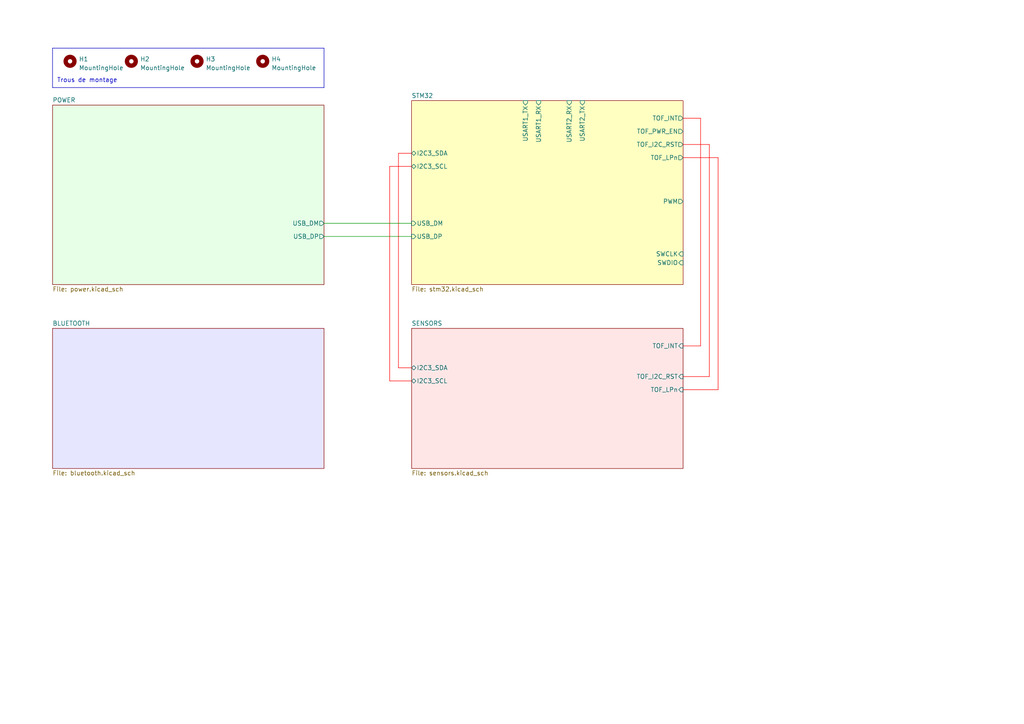
<source format=kicad_sch>
(kicad_sch (version 20230121) (generator eeschema)
  (paper "A4")
  (title_block (title "PCB controler") (company "ENSEA"))
  (lib_symbols
    (symbol "Mechanical:MountingHole" (pin_names (offset 1.016))
      (property "Reference" "H" (at 0 5.08 0))
      (property "Value" "MountingHole" (at 0 3.175 0))
      (symbol "MountingHole_0_1"
        (circle (center 0 0) (radius 1.27) (stroke (width 1.27)))
      )
    )
  )
  (wire (pts (xy 119.38 44.45) (xy 115.57 44.45)) (stroke (width 0) (color 255 0 0 1)))
  (wire (pts (xy 198.12 109.22) (xy 205.74 109.22)) (stroke (width 0) (color 255 0 0 1)))
  (wire (pts (xy 198.12 45.72) (xy 208.28 45.72)) (stroke (width 0) (color 255 0 0 1)))
  (polyline (pts (xy 15.24 25.4) (xy 93.98 25.4)))
  (wire (pts (xy 198.12 41.91) (xy 205.74 41.91)) (stroke (width 0) (color 255 0 0 1)))
  (wire (pts (xy 198.12 34.29) (xy 203.2 34.29)) (stroke (width 0) (color 255 0 0 1)))
  (polyline (pts (xy 15.24 13.97) (xy 93.98 13.97)))
  (wire (pts (xy 93.98 64.77) (xy 119.38 64.77)))
  (wire (pts (xy 119.38 48.26) (xy 113.03 48.26)) (stroke (width 0) (color 255 0 0 1)))
  (wire (pts (xy 208.28 45.72) (xy 208.28 113.03)) (stroke (width 0) (color 255 0 0 1)))
  (polyline (pts (xy 15.24 13.97) (xy 15.24 25.4)))
  (polyline (pts (xy 93.98 25.4) (xy 93.98 13.97)))
  (wire (pts (xy 113.03 48.26) (xy 113.03 110.49)) (stroke (width 0) (color 255 0 0 1)))
  (wire (pts (xy 115.57 44.45) (xy 115.57 106.68)) (stroke (width 0) (color 255 0 0 1)))
  (wire (pts (xy 113.03 110.49) (xy 119.38 110.49)) (stroke (width 0) (color 255 0 0 1)))
  (wire (pts (xy 203.2 34.29) (xy 203.2 100.33)) (stroke (width 0) (color 255 0 0 1)))
  (wire (pts (xy 208.28 113.03) (xy 198.12 113.03)) (stroke (width 0) (color 255 0 0 1)))
  (wire (pts (xy 205.74 41.91) (xy 205.74 109.22)) (stroke (width 0) (color 255 0 0 1)))
  (wire (pts (xy 115.57 106.68) (xy 119.38 106.68)) (stroke (width 0) (color 255 0 0 1)))
  (wire (pts (xy 93.98 68.58) (xy 119.38 68.58)))
  (wire (pts (xy 203.2 100.33) (xy 198.12 100.33)) (stroke (width 0) (color 255 0 0 1)))
  (text "Trous de montage\n" (at 16.51 24.13 0) (effects (font (size 1.27 1.27)) (justify left bottom)))
  (symbol (lib_id "Mechanical:MountingHole") (at 57.15 17.78 0) (unit 1)
    (property "Reference" "H3" (at 59.69 17.145 0) (effects (justify left)))
    (property "Value" "MountingHole" (at 59.69 19.685 0) (effects (justify left)))
  )
  (symbol (lib_id "Mechanical:MountingHole") (at 76.2 17.78 0) (unit 1)
    (property "Reference" "H4" (at 78.74 17.145 0) (effects (justify left)))
    (property "Value" "MountingHole" (at 78.74 19.685 0) (effects (justify left)))
  )
  (symbol (lib_id "Mechanical:MountingHole") (at 38.1 17.78 0) (unit 1)
    (property "Reference" "H2" (at 40.64 17.145 0) (effects (justify left)))
    (property "Value" "MountingHole" (at 40.64 19.685 0) (effects (justify left)))
  )
  (symbol (lib_id "Mechanical:MountingHole") (at 20.32 17.78 0) (unit 1)
    (property "Reference" "H1" (at 22.86 17.145 0) (effects (justify left)))
    (property "Value" "MountingHole" (at 22.86 19.685 0) (effects (justify left)))
  )
  (sheet (at 119.38 95.25) (size 78.74 40.64) (stroke (width 0.1524)) (fill (color 255 0 0 0.1000))
    (property "Sheetname" "SENSORS" (at 119.38 94.5384 0) (effects (justify left bottom)))
    (property "Sheetfile" "sensors.kicad_sch" (at 119.38 136.4746 0) (effects (justify left top)))
    (pin "I2C3_SDA" bidirectional (at 119.38 106.68 180))
    (pin "I2C3_SCL" bidirectional (at 119.38 110.49 180))
    (pin "TOF_LPn" input (at 198.12 113.03 0))
    (pin "TOF_INT" input (at 198.12 100.33 0))
    (pin "TOF_I2C_RST" input (at 198.12 109.22 0))
  )
  (sheet (at 15.24 30.48) (size 78.74 52.07) (stroke (width 0.1524)) (fill (color 0 255 0 0.1000))
    (property "Sheetname" "POWER" (at 15.24 29.7684 0) (effects (justify left bottom)))
    (property "Sheetfile" "power.kicad_sch" (at 15.24 83.1346 0) (effects (justify left top)))
    (pin "USB_DP" output (at 93.98 68.58 0))
    (pin "USB_DM" output (at 93.98 64.77 0))
  )
  (sheet (at 119.38 29.21) (size 78.74 53.34) (stroke (width 0.1524)) (fill (color 255 255 194 1.0000))
    (property "Sheetname" "STM32" (at 119.38 28.4984 0) (effects (justify left bottom)))
    (property "Sheetfile" "stm32.kicad_sch" (at 119.38 83.1346 0) (effects (justify left top)))
    (pin "TOF_INT" output (at 198.12 34.29 0))
    (pin "USB_DP" input (at 119.38 68.58 180))
    (pin "USART1_TX" input (at 152.4 29.21 90))
    (pin "I2C3_SDA" bidirectional (at 119.38 44.45 180))
    (pin "USB_DM" input (at 119.38 64.77 180))
    (pin "I2C3_SCL" bidirectional (at 119.38 48.26 180))
    (pin "USART1_RX" input (at 156.21 29.21 90))
    (pin "TOF_PWR_EN" output (at 198.12 38.1 0))
    (pin "PWM" output (at 198.12 58.42 0))
    (pin "TOF_I2C_RST" output (at 198.12 41.91 0))
    (pin "USART2_RX" input (at 165.1 29.21 90))
    (pin "USART2_TX" input (at 168.91 29.21 90))
    (pin "SWCLK" input (at 198.12 73.66 0))
    (pin "SWDIO" input (at 198.12 76.2 0))
    (pin "TOF_LPn" output (at 198.12 45.72 0))
  )
  (sheet (at 15.24 95.25) (size 78.74 40.64) (stroke (width 0.1524)) (fill (color 0 0 255 0.1000))
    (property "Sheetname" "BLUETOOTH" (at 15.24 94.5384 0) (effects (justify left bottom)))
    (property "Sheetfile" "bluetooth.kicad_sch" (at 15.24 136.4746 0) (effects (justify left top)))
  )
)
</source>
